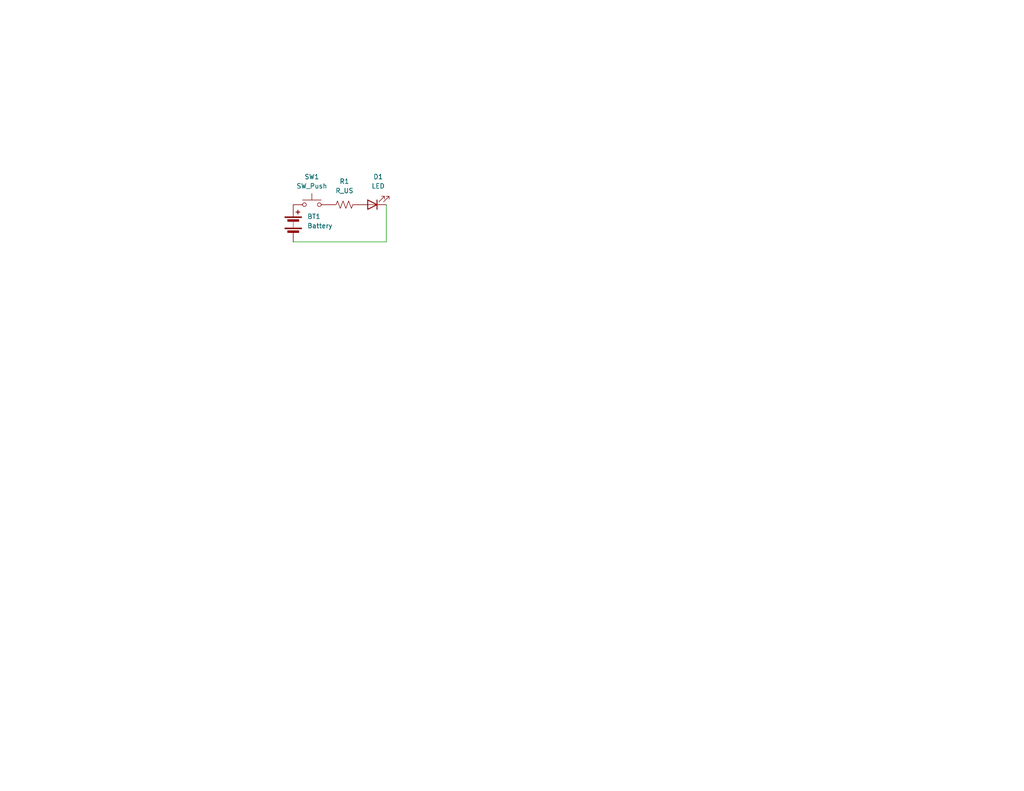
<source format=kicad_sch>
(kicad_sch (version 20231120) (generator "eeschema") (generator_version "8.0")
  (paper "USLetter")
  (title_block (title "Template") (date "2022-08-16") (rev "0.0") (company "Illini Solar Car") (comment 1 "Designed By: Your Name"))
  (lib_symbols
    (symbol "Device:Battery" (pin_numbers hide) (pin_names (offset 0) hide)
      (property "Reference" "BT" (at 2.54 2.54 0))
      (property "Value" "Battery" (at 2.54 0 0))
      (symbol "Battery_0_1"
        (rectangle (start -2.286 -1.27) (end 2.286 -1.524) (fill (type outline)))
        (rectangle (start -2.286 1.778) (end 2.286 1.524) (fill (type outline)))
        (rectangle (start -1.524 -2.032) (end 1.524 -2.54) (fill (type outline)))
        (rectangle (start -1.524 1.016) (end 1.524 0.508) (fill (type outline)))
        (polyline (pts (xy 0 -1.016) (xy 0 -0.762)))
        (polyline (pts (xy 0 -0.508) (xy 0 -0.254)))
        (polyline (pts (xy 0 0) (xy 0 0.254)))
        (polyline (pts (xy 0 1.778) (xy 0 2.54)))
        (polyline (pts (xy 0.762 3.048) (xy 1.778 3.048)) (stroke (width 0.254)))
        (polyline (pts (xy 1.27 3.556) (xy 1.27 2.54)) (stroke (width 0.254)))
      )
      (symbol "Battery_1_1"
        (pin passive line (at 0 5.08 270) (length 2.54) (name "+") (number "1"))
        (pin passive line (at 0 -5.08 90) (length 2.54) (name "-") (number "2"))
      )
    )
    (symbol "Device:LED" (pin_numbers hide) (pin_names (offset 1.016) hide)
      (property "Reference" "D" (at 0 2.54 0))
      (property "Value" "LED" (at 0 -2.54 0))
      (symbol "LED_0_1"
        (polyline (pts (xy -1.27 -1.27) (xy -1.27 1.27)) (stroke (width 0.254)))
        (polyline (pts (xy -1.27 0) (xy 1.27 0)))
        (polyline (pts (xy 1.27 -1.27) (xy 1.27 1.27) (xy -1.27 0) (xy 1.27 -1.27)) (stroke (width 0.254)))
        (polyline (pts (xy -3.048 -0.762) (xy -4.572 -2.286) (xy -3.81 -2.286) (xy -4.572 -2.286) (xy -4.572 -1.524)))
        (polyline (pts (xy -1.778 -0.762) (xy -3.302 -2.286) (xy -2.54 -2.286) (xy -3.302 -2.286) (xy -3.302 -1.524)))
      )
      (symbol "LED_1_1"
        (pin passive line (at -3.81 0 0) (length 2.54) (name "K") (number "1"))
        (pin passive line (at 3.81 0 180) (length 2.54) (name "A") (number "2"))
      )
    )
    (symbol "Switch:SW_Push" (pin_numbers hide) (pin_names (offset 1.016) hide)
      (property "Reference" "SW" (at 1.27 2.54 0))
      (property "Value" "SW_Push" (at 0 -1.524 0))
      (symbol "SW_Push_0_1"
        (circle (center -2.032 0) (radius 0.508))
        (polyline (pts (xy 0 1.27) (xy 0 3.048)))
        (polyline (pts (xy 2.54 1.27) (xy -2.54 1.27)))
        (circle (center 2.032 0) (radius 0.508))
        (pin passive line (at -5.08 0 0) (length 2.54) (name "1") (number "1"))
        (pin passive line (at 5.08 0 180) (length 2.54) (name "2") (number "2"))
      )
    )
    (symbol "device:R_US" (pin_numbers hide) (pin_names (offset 0))
      (property "Reference" "R" (at 2.54 0 90))
      (property "Value" "R_US" (at -2.54 0 90))
      (symbol "R_US_0_1"
        (polyline (pts (xy 0 -2.286) (xy 0 -2.54)))
        (polyline (pts (xy 0 2.286) (xy 0 2.54)))
        (polyline (pts (xy 0 -0.762) (xy 1.016 -1.143) (xy 0 -1.524) (xy -1.016 -1.905) (xy 0 -2.286)))
        (polyline (pts (xy 0 0.762) (xy 1.016 0.381) (xy 0 0) (xy -1.016 -0.381) (xy 0 -0.762)))
        (polyline (pts (xy 0 2.286) (xy 1.016 1.905) (xy 0 1.524) (xy -1.016 1.143) (xy 0 0.762)))
      )
      (symbol "R_US_1_1"
        (pin passive line (at 0 3.81 270) (length 1.27) (name "~") (number "1"))
        (pin passive line (at 0 -3.81 90) (length 1.27) (name "~") (number "2"))
      )
    )
  )
  (wire (pts (xy 105.41 66.04) (xy 80.01 66.04)))
  (wire (pts (xy 105.41 55.88) (xy 105.41 66.04)))
  (symbol (lib_id "Device:LED") (at 101.6 55.88 180) (unit 1)
    (property "Reference" "D1" (at 103.1875 48.26 0))
    (property "Value" "LED" (at 103.1875 50.8 0))
    (property "Description" "Light emitting diode" (effects (hide yes)))
  )
  (symbol (lib_id "device:R_US") (at 93.98 55.88 90) (unit 1)
    (property "Reference" "R1" (at 93.98 49.53 90))
    (property "Value" "R_US" (at 93.98 52.07 90))
    (property "Description" "Resistor, US symbol" (effects (hide yes)))
  )
  (symbol (lib_id "Switch:SW_Push") (at 85.09 55.88 0) (unit 1)
    (property "Reference" "SW1" (at 85.09 48.26 0))
    (property "Value" "SW_Push" (at 85.09 50.8 0))
    (property "Description" "Push button switch, generic, two pins" (effects (hide yes)))
  )
  (symbol (lib_id "Device:Battery") (at 80.01 60.96 0) (unit 1)
    (property "Reference" "BT1" (at 83.82 59.1184 0) (effects (justify left)))
    (property "Value" "Battery" (at 83.82 61.6584 0) (effects (justify left)))
    (property "Description" "Multiple-cell battery" (effects (hide yes)))
  )
)
</source>
